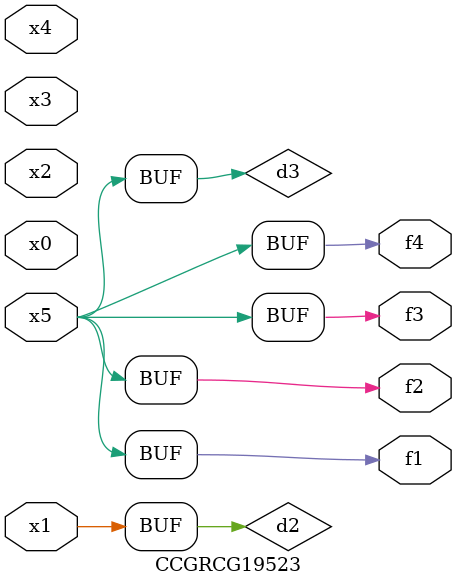
<source format=v>
module CCGRCG19523(
	input x0, x1, x2, x3, x4, x5,
	output f1, f2, f3, f4
);

	wire d1, d2, d3;

	not (d1, x5);
	or (d2, x1);
	xnor (d3, d1);
	assign f1 = d3;
	assign f2 = d3;
	assign f3 = d3;
	assign f4 = d3;
endmodule

</source>
